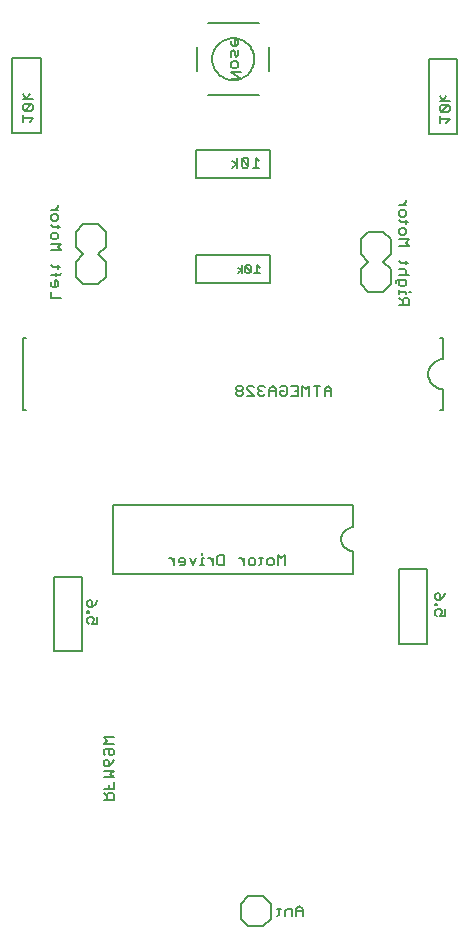
<source format=gbo>
G75*
%MOIN*%
%OFA0B0*%
%FSLAX24Y24*%
%IPPOS*%
%LPD*%
%AMOC8*
5,1,8,0,0,1.08239X$1,22.5*
%
%ADD10C,0.0060*%
%ADD11C,0.0080*%
%ADD12C,0.0050*%
D10*
X005170Y005110D02*
X005510Y005110D01*
X005510Y005280D01*
X005454Y005337D01*
X005340Y005337D01*
X005283Y005280D01*
X005283Y005110D01*
X005283Y005224D02*
X005170Y005337D01*
X005170Y005478D02*
X005510Y005478D01*
X005510Y005705D01*
X005510Y005847D02*
X005170Y005847D01*
X005170Y006074D02*
X005510Y006074D01*
X005397Y005960D01*
X005510Y005847D01*
X005340Y005592D02*
X005340Y005478D01*
X005340Y006215D02*
X005340Y006385D01*
X005283Y006442D01*
X005227Y006442D01*
X005170Y006385D01*
X005170Y006272D01*
X005227Y006215D01*
X005340Y006215D01*
X005454Y006328D01*
X005510Y006442D01*
X005454Y006583D02*
X005397Y006583D01*
X005340Y006640D01*
X005340Y006810D01*
X005227Y006810D02*
X005454Y006810D01*
X005510Y006754D01*
X005510Y006640D01*
X005454Y006583D01*
X005227Y006583D02*
X005170Y006640D01*
X005170Y006754D01*
X005227Y006810D01*
X005170Y006952D02*
X005283Y007065D01*
X005170Y007179D01*
X005510Y007179D01*
X005510Y006952D02*
X005170Y006952D01*
X004960Y010970D02*
X004790Y010970D01*
X004847Y011083D01*
X004847Y011140D01*
X004790Y011197D01*
X004677Y011197D01*
X004620Y011140D01*
X004620Y011027D01*
X004677Y010970D01*
X004960Y010970D02*
X004960Y011197D01*
X004790Y011522D02*
X004790Y011693D01*
X004733Y011749D01*
X004677Y011749D01*
X004620Y011693D01*
X004620Y011579D01*
X004677Y011522D01*
X004790Y011522D01*
X004904Y011636D01*
X004960Y011749D01*
X004677Y011395D02*
X004620Y011395D01*
X004620Y011338D01*
X004677Y011338D01*
X004677Y011395D01*
X005490Y012640D02*
X005490Y014940D01*
X013490Y014940D01*
X013490Y014190D01*
X013451Y014188D01*
X013412Y014182D01*
X013374Y014173D01*
X013337Y014160D01*
X013301Y014143D01*
X013268Y014123D01*
X013236Y014099D01*
X013207Y014073D01*
X013181Y014044D01*
X013157Y014012D01*
X013137Y013979D01*
X013120Y013943D01*
X013107Y013906D01*
X013098Y013868D01*
X013092Y013829D01*
X013090Y013790D01*
X013092Y013751D01*
X013098Y013712D01*
X013107Y013674D01*
X013120Y013637D01*
X013137Y013601D01*
X013157Y013568D01*
X013181Y013536D01*
X013207Y013507D01*
X013236Y013481D01*
X013268Y013457D01*
X013301Y013437D01*
X013337Y013420D01*
X013374Y013407D01*
X013412Y013398D01*
X013451Y013392D01*
X013490Y013390D01*
X013490Y012640D01*
X005490Y012640D01*
X007357Y013147D02*
X007413Y013147D01*
X007527Y013033D01*
X007527Y012920D02*
X007527Y013147D01*
X007668Y013090D02*
X007668Y013033D01*
X007895Y013033D01*
X007895Y012977D02*
X007895Y013090D01*
X007838Y013147D01*
X007725Y013147D01*
X007668Y013090D01*
X007725Y012920D02*
X007838Y012920D01*
X007895Y012977D01*
X008037Y013147D02*
X008150Y012920D01*
X008263Y013147D01*
X008452Y013147D02*
X008452Y012920D01*
X008396Y012920D02*
X008509Y012920D01*
X008509Y013147D02*
X008452Y013147D01*
X008452Y013260D02*
X008452Y013317D01*
X008646Y013147D02*
X008703Y013147D01*
X008816Y013033D01*
X008816Y012920D02*
X008816Y013147D01*
X008957Y013204D02*
X009014Y013260D01*
X009184Y013260D01*
X009184Y012920D01*
X009014Y012920D01*
X008957Y012977D01*
X008957Y013204D01*
X009689Y013147D02*
X009746Y013147D01*
X009860Y013033D01*
X009860Y012920D02*
X009860Y013147D01*
X010001Y013090D02*
X010058Y013147D01*
X010171Y013147D01*
X010228Y013090D01*
X010228Y012977D01*
X010171Y012920D01*
X010058Y012920D01*
X010001Y012977D01*
X010001Y013090D01*
X010360Y013147D02*
X010473Y013147D01*
X010417Y013204D02*
X010417Y012977D01*
X010360Y012920D01*
X010615Y012977D02*
X010615Y013090D01*
X010672Y013147D01*
X010785Y013147D01*
X010842Y013090D01*
X010842Y012977D01*
X010785Y012920D01*
X010672Y012920D01*
X010615Y012977D01*
X010983Y012920D02*
X010983Y013260D01*
X011097Y013147D01*
X011210Y013260D01*
X011210Y012920D01*
X011230Y018570D02*
X011117Y018570D01*
X011060Y018627D01*
X011060Y018740D01*
X011173Y018740D01*
X011060Y018854D02*
X011117Y018910D01*
X011230Y018910D01*
X011287Y018854D01*
X011287Y018627D01*
X011230Y018570D01*
X011428Y018570D02*
X011655Y018570D01*
X011655Y018910D01*
X011428Y018910D01*
X011542Y018740D02*
X011655Y018740D01*
X011797Y018910D02*
X011797Y018570D01*
X012023Y018570D02*
X012023Y018910D01*
X011910Y018797D01*
X011797Y018910D01*
X012165Y018910D02*
X012392Y018910D01*
X012278Y018910D02*
X012278Y018570D01*
X012533Y018570D02*
X012533Y018797D01*
X012647Y018910D01*
X012760Y018797D01*
X012760Y018570D01*
X012760Y018740D02*
X012533Y018740D01*
X010918Y018740D02*
X010692Y018740D01*
X010692Y018797D02*
X010692Y018570D01*
X010550Y018627D02*
X010493Y018570D01*
X010380Y018570D01*
X010323Y018627D01*
X010323Y018683D01*
X010380Y018740D01*
X010437Y018740D01*
X010380Y018740D02*
X010323Y018797D01*
X010323Y018854D01*
X010380Y018910D01*
X010493Y018910D01*
X010550Y018854D01*
X010692Y018797D02*
X010805Y018910D01*
X010918Y018797D01*
X010918Y018570D01*
X010182Y018570D02*
X009955Y018797D01*
X009955Y018854D01*
X010012Y018910D01*
X010125Y018910D01*
X010182Y018854D01*
X010182Y018570D02*
X009955Y018570D01*
X009813Y018627D02*
X009813Y018683D01*
X009757Y018740D01*
X009643Y018740D01*
X009587Y018683D01*
X009587Y018627D01*
X009643Y018570D01*
X009757Y018570D01*
X009813Y018627D01*
X009757Y018740D02*
X009813Y018797D01*
X009813Y018854D01*
X009757Y018910D01*
X009643Y018910D01*
X009587Y018854D01*
X009587Y018797D01*
X009643Y018740D01*
X009623Y026170D02*
X009623Y026510D01*
X009765Y026454D02*
X009765Y026227D01*
X009822Y026170D01*
X009935Y026170D01*
X009992Y026227D01*
X009765Y026454D01*
X009822Y026510D01*
X009935Y026510D01*
X009992Y026454D01*
X009992Y026227D01*
X010133Y026170D02*
X010360Y026170D01*
X010247Y026170D02*
X010247Y026510D01*
X010360Y026397D01*
X009623Y026283D02*
X009453Y026397D01*
X009623Y026283D02*
X009453Y026170D01*
X009420Y029120D02*
X009760Y029120D01*
X009420Y029347D01*
X009760Y029347D01*
X009590Y029488D02*
X009477Y029488D01*
X009420Y029545D01*
X009420Y029658D01*
X009477Y029715D01*
X009590Y029715D01*
X009647Y029658D01*
X009647Y029545D01*
X009590Y029488D01*
X009590Y029857D02*
X009647Y029913D01*
X009647Y030083D01*
X009533Y030027D02*
X009533Y029913D01*
X009590Y029857D01*
X009420Y029857D02*
X009420Y030027D01*
X009477Y030083D01*
X009533Y030027D01*
X009533Y030225D02*
X009533Y030452D01*
X009590Y030452D01*
X009647Y030395D01*
X009647Y030282D01*
X009590Y030225D01*
X009477Y030225D01*
X009420Y030282D01*
X009420Y030395D01*
X015020Y024913D02*
X015247Y024913D01*
X015247Y025026D02*
X015133Y024913D01*
X015077Y024772D02*
X015190Y024772D01*
X015247Y024715D01*
X015247Y024601D01*
X015190Y024545D01*
X015077Y024545D01*
X015020Y024601D01*
X015020Y024715D01*
X015077Y024772D01*
X015247Y025026D02*
X015247Y025083D01*
X015247Y024413D02*
X015247Y024299D01*
X015304Y024356D02*
X015077Y024356D01*
X015020Y024413D01*
X015077Y024158D02*
X015020Y024101D01*
X015020Y023988D01*
X015077Y023931D01*
X015190Y023931D01*
X015247Y023988D01*
X015247Y024101D01*
X015190Y024158D01*
X015077Y024158D01*
X015020Y023789D02*
X015360Y023789D01*
X015247Y023676D01*
X015360Y023563D01*
X015020Y023563D01*
X015020Y023062D02*
X015077Y023005D01*
X015304Y023005D01*
X015247Y022949D02*
X015247Y023062D01*
X015190Y022807D02*
X015020Y022807D01*
X015190Y022807D02*
X015247Y022751D01*
X015247Y022637D01*
X015190Y022580D01*
X015247Y022439D02*
X015247Y022269D01*
X015190Y022212D01*
X015077Y022212D01*
X015020Y022269D01*
X015020Y022439D01*
X014963Y022439D02*
X015247Y022439D01*
X015360Y022580D02*
X015020Y022580D01*
X014963Y022439D02*
X014907Y022382D01*
X014907Y022326D01*
X015020Y022080D02*
X015020Y021967D01*
X015020Y022023D02*
X015247Y022023D01*
X015247Y021967D01*
X015360Y022023D02*
X015417Y022023D01*
X015304Y021825D02*
X015190Y021825D01*
X015133Y021768D01*
X015133Y021598D01*
X015020Y021598D02*
X015360Y021598D01*
X015360Y021768D01*
X015304Y021825D01*
X015133Y021712D02*
X015020Y021825D01*
X016370Y027670D02*
X016370Y027897D01*
X016370Y027783D02*
X016710Y027783D01*
X016597Y027670D01*
X016654Y028038D02*
X016427Y028038D01*
X016654Y028265D01*
X016427Y028265D01*
X016370Y028208D01*
X016370Y028095D01*
X016427Y028038D01*
X016654Y028038D02*
X016710Y028095D01*
X016710Y028208D01*
X016654Y028265D01*
X016710Y028407D02*
X016370Y028407D01*
X016483Y028407D02*
X016370Y028577D01*
X016483Y028407D02*
X016597Y028577D01*
X016560Y011999D02*
X016504Y011886D01*
X016390Y011772D01*
X016390Y011943D01*
X016333Y011999D01*
X016277Y011999D01*
X016220Y011943D01*
X016220Y011829D01*
X016277Y011772D01*
X016390Y011772D01*
X016277Y011645D02*
X016220Y011645D01*
X016220Y011588D01*
X016277Y011588D01*
X016277Y011645D01*
X016277Y011447D02*
X016220Y011390D01*
X016220Y011277D01*
X016277Y011220D01*
X016390Y011220D02*
X016447Y011333D01*
X016447Y011390D01*
X016390Y011447D01*
X016277Y011447D01*
X016390Y011220D02*
X016560Y011220D01*
X016560Y011447D01*
X011697Y001560D02*
X011583Y001447D01*
X011583Y001220D01*
X011442Y001220D02*
X011442Y001447D01*
X011272Y001447D01*
X011215Y001390D01*
X011215Y001220D01*
X011017Y001277D02*
X011017Y001504D01*
X011073Y001447D02*
X010960Y001447D01*
X011017Y001277D02*
X010960Y001220D01*
X011583Y001390D02*
X011810Y001390D01*
X011810Y001447D02*
X011697Y001560D01*
X011810Y001447D02*
X011810Y001220D01*
X003760Y021817D02*
X003420Y021817D01*
X003420Y022043D01*
X003477Y022185D02*
X003590Y022185D01*
X003647Y022242D01*
X003647Y022355D01*
X003590Y022412D01*
X003533Y022412D01*
X003533Y022185D01*
X003477Y022185D02*
X003420Y022242D01*
X003420Y022355D01*
X003420Y022610D02*
X003704Y022610D01*
X003760Y022667D01*
X003590Y022667D02*
X003590Y022553D01*
X003647Y022799D02*
X003647Y022912D01*
X003704Y022855D02*
X003477Y022855D01*
X003420Y022912D01*
X003420Y023413D02*
X003760Y023413D01*
X003647Y023526D01*
X003760Y023639D01*
X003420Y023639D01*
X003477Y023781D02*
X003420Y023838D01*
X003420Y023951D01*
X003477Y024008D01*
X003590Y024008D01*
X003647Y023951D01*
X003647Y023838D01*
X003590Y023781D01*
X003477Y023781D01*
X003647Y024149D02*
X003647Y024263D01*
X003704Y024206D02*
X003477Y024206D01*
X003420Y024263D01*
X003477Y024395D02*
X003420Y024451D01*
X003420Y024565D01*
X003477Y024622D01*
X003590Y024622D01*
X003647Y024565D01*
X003647Y024451D01*
X003590Y024395D01*
X003477Y024395D01*
X003533Y024763D02*
X003647Y024876D01*
X003647Y024933D01*
X003647Y024763D02*
X003420Y024763D01*
X002707Y027710D02*
X002820Y027823D01*
X002480Y027823D01*
X002480Y027710D02*
X002480Y027937D01*
X002537Y028078D02*
X002764Y028305D01*
X002537Y028305D01*
X002480Y028248D01*
X002480Y028135D01*
X002537Y028078D01*
X002764Y028078D01*
X002820Y028135D01*
X002820Y028248D01*
X002764Y028305D01*
X002820Y028447D02*
X002480Y028447D01*
X002593Y028447D02*
X002480Y028617D01*
X002593Y028447D02*
X002707Y028617D01*
D11*
X003072Y029820D02*
X002128Y029820D01*
X002128Y027340D01*
X003072Y027340D01*
X003072Y029820D01*
X004490Y024290D02*
X004240Y024040D01*
X004240Y023540D01*
X004490Y023290D01*
X004240Y023040D01*
X004240Y022540D01*
X004490Y022290D01*
X004990Y022290D01*
X005240Y022540D01*
X005240Y023040D01*
X004990Y023290D01*
X005240Y023540D01*
X005240Y024040D01*
X004990Y024290D01*
X004490Y024290D01*
X002590Y020490D02*
X002490Y020490D01*
X002490Y018090D01*
X002590Y018090D01*
X003518Y012530D02*
X003518Y010050D01*
X004462Y010050D01*
X004462Y012530D01*
X003518Y012530D01*
X008250Y022318D02*
X010730Y022318D01*
X010730Y023262D01*
X008250Y023262D01*
X008250Y022318D01*
X008250Y025818D02*
X010730Y025818D01*
X010730Y026762D01*
X008250Y026762D01*
X008250Y025818D01*
X008640Y028590D02*
X010340Y028590D01*
X010690Y029390D02*
X010690Y030195D01*
X010340Y030990D02*
X008640Y030990D01*
X008290Y030183D02*
X008290Y029390D01*
X008790Y029790D02*
X008792Y029842D01*
X008798Y029894D01*
X008808Y029946D01*
X008821Y029996D01*
X008838Y030046D01*
X008859Y030094D01*
X008884Y030140D01*
X008912Y030184D01*
X008943Y030226D01*
X008977Y030266D01*
X009014Y030303D01*
X009054Y030337D01*
X009096Y030368D01*
X009140Y030396D01*
X009186Y030421D01*
X009234Y030442D01*
X009284Y030459D01*
X009334Y030472D01*
X009386Y030482D01*
X009438Y030488D01*
X009490Y030490D01*
X009542Y030488D01*
X009594Y030482D01*
X009646Y030472D01*
X009696Y030459D01*
X009746Y030442D01*
X009794Y030421D01*
X009840Y030396D01*
X009884Y030368D01*
X009926Y030337D01*
X009966Y030303D01*
X010003Y030266D01*
X010037Y030226D01*
X010068Y030184D01*
X010096Y030140D01*
X010121Y030094D01*
X010142Y030046D01*
X010159Y029996D01*
X010172Y029946D01*
X010182Y029894D01*
X010188Y029842D01*
X010190Y029790D01*
X010188Y029738D01*
X010182Y029686D01*
X010172Y029634D01*
X010159Y029584D01*
X010142Y029534D01*
X010121Y029486D01*
X010096Y029440D01*
X010068Y029396D01*
X010037Y029354D01*
X010003Y029314D01*
X009966Y029277D01*
X009926Y029243D01*
X009884Y029212D01*
X009840Y029184D01*
X009794Y029159D01*
X009746Y029138D01*
X009696Y029121D01*
X009646Y029108D01*
X009594Y029098D01*
X009542Y029092D01*
X009490Y029090D01*
X009438Y029092D01*
X009386Y029098D01*
X009334Y029108D01*
X009284Y029121D01*
X009234Y029138D01*
X009186Y029159D01*
X009140Y029184D01*
X009096Y029212D01*
X009054Y029243D01*
X009014Y029277D01*
X008977Y029314D01*
X008943Y029354D01*
X008912Y029396D01*
X008884Y029440D01*
X008859Y029486D01*
X008838Y029534D01*
X008821Y029584D01*
X008808Y029634D01*
X008798Y029686D01*
X008792Y029738D01*
X008790Y029790D01*
X013990Y024040D02*
X013740Y023790D01*
X013740Y023290D01*
X013990Y023040D01*
X013740Y022790D01*
X013740Y022290D01*
X013990Y022040D01*
X014490Y022040D01*
X014740Y022290D01*
X014740Y022790D01*
X014490Y023040D01*
X014740Y023290D01*
X014740Y023790D01*
X014490Y024040D01*
X013990Y024040D01*
X016018Y027300D02*
X016018Y029780D01*
X016962Y029780D01*
X016962Y027300D01*
X016018Y027300D01*
X016390Y020490D02*
X016490Y020490D01*
X016490Y019790D01*
X016446Y019788D01*
X016403Y019782D01*
X016361Y019773D01*
X016319Y019760D01*
X016279Y019743D01*
X016240Y019723D01*
X016203Y019700D01*
X016169Y019673D01*
X016136Y019644D01*
X016107Y019611D01*
X016080Y019577D01*
X016057Y019540D01*
X016037Y019501D01*
X016020Y019461D01*
X016007Y019419D01*
X015998Y019377D01*
X015992Y019334D01*
X015990Y019290D01*
X015992Y019246D01*
X015998Y019203D01*
X016007Y019161D01*
X016020Y019119D01*
X016037Y019079D01*
X016057Y019040D01*
X016080Y019003D01*
X016107Y018969D01*
X016136Y018936D01*
X016169Y018907D01*
X016203Y018880D01*
X016240Y018857D01*
X016279Y018837D01*
X016319Y018820D01*
X016361Y018807D01*
X016403Y018798D01*
X016446Y018792D01*
X016490Y018790D01*
X016490Y018090D01*
X016390Y018090D01*
X015962Y012780D02*
X015018Y012780D01*
X015018Y010300D01*
X015962Y010300D01*
X015962Y012780D01*
X010490Y001890D02*
X009990Y001890D01*
X009740Y001640D01*
X009740Y001140D01*
X009990Y000890D01*
X010490Y000890D01*
X010740Y001140D01*
X010740Y001640D01*
X010490Y001890D01*
D12*
X010365Y022665D02*
X010185Y022665D01*
X010275Y022665D02*
X010275Y022935D01*
X010365Y022845D01*
X010070Y022890D02*
X010025Y022935D01*
X009935Y022935D01*
X009890Y022890D01*
X010070Y022710D01*
X010025Y022665D01*
X009935Y022665D01*
X009890Y022710D01*
X009890Y022890D01*
X009776Y022935D02*
X009776Y022665D01*
X009776Y022755D02*
X009641Y022845D01*
X009776Y022755D02*
X009641Y022665D01*
X010070Y022710D02*
X010070Y022890D01*
M02*

</source>
